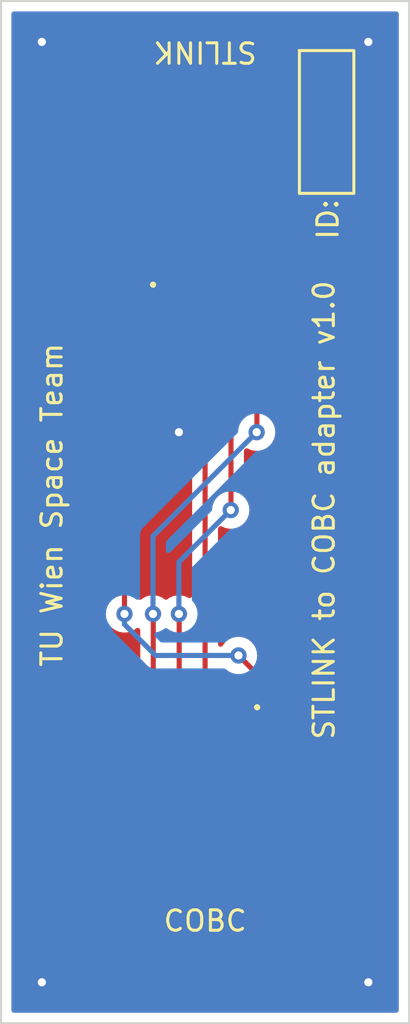
<source format=kicad_pcb>
(kicad_pcb (version 20211014) (generator pcbnew)
  (layers (0 "F.Cu" signal) (31 "B.Cu" signal) (34 "B.Paste" user) (35 "F.Paste" user) (36 "B.SilkS" user "B.Silkscreen") (37 "F.SilkS" user "F.Silkscreen") (38 "B.Mask" user) (39 "F.Mask" user) (44 "Edge.Cuts" user))
  (net 0 "")
  (net 1 "/UCI_COBC_NOT_RST")
  (net 2 "GND")
  (net 5 "/UCI_COBC_SWO")
  (net 6 "/UCI_COBC_SWDIO")
  (net 7 "/+3V3")
  (net 8 "/+3V3_WDT")
  (net 9 "/UCI_COBC_SWDCLK")
  (footprint "SWD-Adapter:FTSH10501LDVK" (layer "F.Cu") (at 150 91.675)
    (fp_text reference "J1" hide)
    (fp_text value "FTSH-105-01-L-DV-K" hide)
    (fp_line (start -2.5 2.2) (end -2.5 2.2) (layer "F.SilkS") (width 0.2))
    (fp_line (start -2.6 2.2) (end -2.6 2.2) (layer "F.SilkS") (width 0.2))
    (fp_line (start -2.6 2.2) (end -2.6 2.2) (layer "F.SilkS") (width 0.2))
    (fp_arc (start -2.5 2.2) (mid -2.55 2.25) (end -2.6 2.2) (layer "F.SilkS") (width 0.2))
    (fp_arc (start -2.6 2.2) (mid -2.55 2.15) (end -2.5 2.2) (layer "F.SilkS") (width 0.2))
    (fp_arc (start -2.5 2.2) (mid -2.55 2.25) (end -2.6 2.2) (layer "F.SilkS") (width 0.2))
    (pad "1" smd rect (at -2.54 0) (size 0.74 2.79) (layers "F.Cu" "F.Paste" "F.Mask") (net 1 "/UCI_COBC_NOT_RST"))
    (pad "2" smd rect (at -2.54 -4.07) (size 0.74 2.79) (layers "F.Cu" "F.Paste" "F.Mask") (net 2 "GND"))
    (pad "3" smd rect (at -1.27 0) (size 0.74 2.79) (layers "F.Cu" "F.Paste" "F.Mask"))
    (pad "4" smd rect (at -1.27 -4.07) (size 0.74 2.79) (layers "F.Cu" "F.Paste" "F.Mask"))
    (pad "5" smd rect (at 0 0) (size 0.74 2.79) (layers "F.Cu" "F.Paste" "F.Mask") (net 5 "/UCI_COBC_SWO"))
    (pad "6" smd rect (at 0 -4.07) (size 0.74 2.79) (layers "F.Cu" "F.Paste" "F.Mask") (net 2 "GND"))
    (pad "7" smd rect (at 1.27 0) (size 0.74 2.79) (layers "F.Cu" "F.Paste" "F.Mask") (net 9 "/UCI_COBC_SWDCLK"))
    (pad "8" smd rect (at 1.27 -4.07) (size 0.74 2.79) (layers "F.Cu" "F.Paste" "F.Mask") (net 2 "GND"))
    (pad "9" smd rect (at 2.54 0) (size 0.74 2.79) (layers "F.Cu" "F.Paste" "F.Mask") (net 6 "/UCI_COBC_SWDIO"))
    (pad "10" smd rect (at 2.54 -4.07) (size 0.74 2.79) (layers "F.Cu" "F.Paste" "F.Mask") (net 7 "/+3V3"))
  )
  (footprint "SWD-Adapter:FTSH10501LDVK" (layer "F.Cu") (at 150 116.75 180)
    (fp_text reference "J2" hide)
    (fp_text value "FTSH-105-01-L-DV-K" hide)
    (fp_line (start -2.5 2.2) (end -2.5 2.2) (layer "F.SilkS") (width 0.2))
    (fp_line (start -2.6 2.2) (end -2.6 2.2) (layer "F.SilkS") (width 0.2))
    (fp_line (start -2.6 2.2) (end -2.6 2.2) (layer "F.SilkS") (width 0.2))
    (fp_arc (start -2.5 2.2) (mid -2.55 2.25) (end -2.6 2.2) (layer "F.SilkS") (width 0.2))
    (fp_arc (start -2.5 2.2) (mid -2.55 2.25) (end -2.6 2.2) (layer "F.SilkS") (width 0.2))
    (fp_arc (start -2.6 2.2) (mid -2.55 2.15) (end -2.5 2.2) (layer "F.SilkS") (width 0.2))
    (pad "1" smd rect (at -2.54 0 180) (size 0.74 2.79) (layers "F.Cu" "F.Paste" "F.Mask") (net 1 "/UCI_COBC_NOT_RST"))
    (pad "2" smd rect (at -2.54 -4.07 180) (size 0.74 2.79) (layers "F.Cu" "F.Paste" "F.Mask") (net 2 "GND"))
    (pad "3" smd rect (at -1.27 0 180) (size 0.74 2.79) (layers "F.Cu" "F.Paste" "F.Mask") (net 8 "/+3V3_WDT"))
    (pad "4" smd rect (at -1.27 -4.07 180) (size 0.74 2.79) (layers "F.Cu" "F.Paste" "F.Mask") (net 8 "/+3V3_WDT"))
    (pad "5" smd rect (at 0 0 180) (size 0.74 2.79) (layers "F.Cu" "F.Paste" "F.Mask") (net 5 "/UCI_COBC_SWO"))
    (pad "6" smd rect (at 0 -4.07 180) (size 0.74 2.79) (layers "F.Cu" "F.Paste" "F.Mask") (net 2 "GND"))
    (pad "7" smd rect (at 1.27 0 180) (size 0.74 2.79) (layers "F.Cu" "F.Paste" "F.Mask") (net 9 "/UCI_COBC_SWDCLK"))
    (pad "8" smd rect (at 1.27 -4.07 180) (size 0.74 2.79) (layers "F.Cu" "F.Paste" "F.Mask") (net 2 "GND"))
    (pad "9" smd rect (at 2.54 0 180) (size 0.74 2.79) (layers "F.Cu" "F.Paste" "F.Mask") (net 6 "/UCI_COBC_SWDIO"))
    (pad "10" smd rect (at 2.54 -4.07 180) (size 0.74 2.79) (layers "F.Cu" "F.Paste" "F.Mask") (net 7 "/+3V3"))
  )
  (gr_rect (start 154.6225 89.408) (end 157.2895 82.423) (layer "F.SilkS") (width 0.15) (fill none))
  (gr_line (start 140 80) (end 140 130) (layer "Edge.Cuts") (width 0.1))
  (gr_line (start 160 80) (end 160 130) (layer "Edge.Cuts") (width 0.1))
  (gr_line (start 140 130) (end 160 130) (layer "Edge.Cuts") (width 0.1))
  (gr_line (start 160 80) (end 140 80) (layer "Edge.Cuts") (width 0.1))
  (gr_text "STLINK to COBC adapter v1.0" (at 155.829 104.902 90) (layer "F.SilkS") (effects (font (size 1 1))))
  (gr_text "ID:" (at 156.0195 90.678 90) (layer "F.SilkS") (effects (font (size 1 1))))
  (gr_text "STLINK\n" (at 150 82.5 180) (layer "F.SilkS") (effects (font (size 1 1))))
  (gr_text "TU Wien Space Team" (at 142.494 104.648 90) (layer "F.SilkS") (effects (font (size 1 1))))
  (gr_text "COBC" (at 150 125) (layer "F.SilkS") (effects (font (size 1 1))))
  (segment (start 147.46 103.619) (end 147.46 91.675) (width 0.25) (layer "F.Cu") (net 1))
  (segment (start 146.05 105.029) (end 147.46 103.619) (width 0.25) (layer "F.Cu") (net 1))
  (segment (start 152.54 112.916) (end 151.638 112.014) (width 0.25) (layer "F.Cu") (net 1))
  (segment (start 146.05 109.982) (end 146.05 105.029) (width 0.25) (layer "F.Cu") (net 1))
  (segment (start 152.54 116.75) (end 152.54 112.916) (width 0.25) (layer "F.Cu") (net 1))
  (via (at 151.638 112.014) (size 0.8) (drill 0.4) (layers "F.Cu" "B.Cu") (net 1))
  (via (at 146.05 109.982) (size 0.8) (drill 0.4) (layers "F.Cu" "B.Cu") (net 1))
  (segment (start 146.05 110.49) (end 146.05 109.982) (width 0.25) (layer "B.Cu") (net 1))
  (segment (start 151.638 112.014) (end 147.574 112.014) (width 0.25) (layer "B.Cu") (net 1))
  (segment (start 147.574 112.014) (end 146.05 110.49) (width 0.25) (layer "B.Cu") (net 1))
  (via (at 142 82) (size 0.8) (drill 0.4) (layers "F.Cu" "B.Cu") (net 2))
  (via (at 148.717 101.092) (size 0.8) (drill 0.4) (layers "F.Cu" "B.Cu") (net 2))
  (via (at 158 82) (size 0.8) (drill 0.4) (layers "F.Cu" "B.Cu") (net 2))
  (via (at 158 128) (size 0.8) (drill 0.4) (layers "F.Cu" "B.Cu") (net 2))
  (via (at 142 128) (size 0.8) (drill 0.4) (layers "F.Cu" "B.Cu") (net 2))
  (segment (start 150 116.75) (end 150 91.675) (width 0.25) (layer "F.Cu") (net 5))
  (segment (start 147.46 116.75) (end 147.46 109.995) (width 0.25) (layer "F.Cu") (net 6))
  (segment (start 152.54 101.079) (end 152.54 91.675) (width 0.25) (layer "F.Cu") (net 6))
  (segment (start 152.527 101.092) (end 152.54 101.079) (width 0.25) (layer "F.Cu") (net 6))
  (segment (start 147.46 109.995) (end 147.447 109.982) (width 0.25) (layer "F.Cu") (net 6))
  (via (at 152.527 101.092) (size 0.8) (drill 0.4) (layers "F.Cu" "B.Cu") (net 6))
  (via (at 147.447 109.982) (size 0.8) (drill 0.4) (layers "F.Cu" "B.Cu") (net 6))
  (segment (start 148.59 105.029) (end 152.527 101.092) (width 0.25) (layer "B.Cu") (net 6))
  (segment (start 147.447 109.982) (end 147.447 106.172) (width 0.25) (layer "B.Cu") (net 6))
  (segment (start 147.447 106.172) (end 148.59 105.029) (width 0.25) (layer "B.Cu") (net 6))
  (segment (start 144.399 123.825) (end 145.161 124.587) (width 0.25) (layer "F.Cu") (net 7))
  (segment (start 145.161 84.074) (end 144.399 84.836) (width 0.25) (layer "F.Cu") (net 7))
  (segment (start 152.54 87.605) (end 152.54 84.849) (width 0.25) (layer "F.Cu") (net 7))
  (segment (start 144.399 84.836) (end 144.399 123.825) (width 0.25) (layer "F.Cu") (net 7))
  (segment (start 145.161 124.587) (end 146.558 124.587) (width 0.25) (layer "F.Cu") (net 7))
  (segment (start 152.54 84.849) (end 151.765 84.074) (width 0.25) (layer "F.Cu") (net 7))
  (segment (start 151.765 84.074) (end 145.161 84.074) (width 0.25) (layer "F.Cu") (net 7))
  (segment (start 146.558 124.587) (end 147.46 123.685) (width 0.25) (layer "F.Cu") (net 7))
  (segment (start 147.46 123.685) (end 147.46 120.82) (width 0.25) (layer "F.Cu") (net 7))
  (segment (start 151.27 116.75) (end 151.27 120.82) (width 0.25) (layer "F.Cu") (net 8))
  (segment (start 148.73 116.75) (end 148.73 109.995) (width 0.25) (layer "F.Cu") (net 9))
  (segment (start 151.27 104.889) (end 151.27 91.675) (width 0.25) (layer "F.Cu") (net 9))
  (segment (start 151.257 104.902) (end 151.27 104.889) (width 0.25) (layer "F.Cu") (net 9))
  (segment (start 148.73 109.995) (end 148.717 109.982) (width 0.25) (layer "F.Cu") (net 9))
  (via (at 148.717 109.982) (size 0.8) (drill 0.4) (layers "F.Cu" "B.Cu") (net 9))
  (via (at 151.257 104.902) (size 0.8) (drill 0.4) (layers "F.Cu" "B.Cu") (net 9))
  (segment (start 148.717 107.442) (end 151.257 104.902) (width 0.25) (layer "B.Cu") (net 9))
  (segment (start 148.717 109.982) (end 148.717 108.712) (width 0.25) (layer "B.Cu") (net 9))
  (segment (start 148.717 108.712) (end 148.717 107.442) (width 0.25) (layer "B.Cu") (net 9))
  (zone (net 2) (net_name "GND") (layers F&B.Cu) (connect_pads (clearance 0.508)) (min_thickness 0.254) (fill yes (thermal_gap 0.508) (thermal_bridge_width 0.508))
    (polygon (pts (xy 160 130) (xy 140 130) (xy 140 80) (xy 160 80)))
  )
)
</source>
